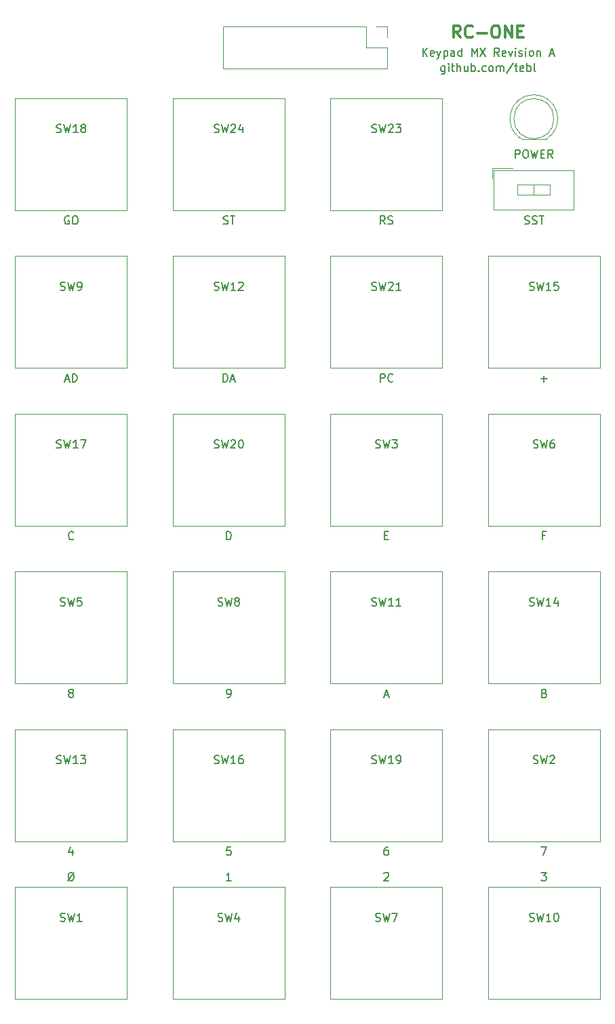
<source format=gto>
G04 #@! TF.FileFunction,Legend,Top*
%FSLAX46Y46*%
G04 Gerber Fmt 4.6, Leading zero omitted, Abs format (unit mm)*
G04 Created by KiCad (PCBNEW 4.0.7) date 09/13/19 13:16:43*
%MOMM*%
%LPD*%
G01*
G04 APERTURE LIST*
%ADD10C,0.100000*%
%ADD11C,0.150000*%
%ADD12C,0.300000*%
%ADD13C,0.120000*%
G04 APERTURE END LIST*
D10*
D11*
X138105238Y-61380714D02*
X138105238Y-62190238D01*
X138057619Y-62285476D01*
X138010000Y-62333095D01*
X137914761Y-62380714D01*
X137771904Y-62380714D01*
X137676666Y-62333095D01*
X138105238Y-61999762D02*
X138010000Y-62047381D01*
X137819523Y-62047381D01*
X137724285Y-61999762D01*
X137676666Y-61952143D01*
X137629047Y-61856905D01*
X137629047Y-61571190D01*
X137676666Y-61475952D01*
X137724285Y-61428333D01*
X137819523Y-61380714D01*
X138010000Y-61380714D01*
X138105238Y-61428333D01*
X138581428Y-62047381D02*
X138581428Y-61380714D01*
X138581428Y-61047381D02*
X138533809Y-61095000D01*
X138581428Y-61142619D01*
X138629047Y-61095000D01*
X138581428Y-61047381D01*
X138581428Y-61142619D01*
X138914761Y-61380714D02*
X139295713Y-61380714D01*
X139057618Y-61047381D02*
X139057618Y-61904524D01*
X139105237Y-61999762D01*
X139200475Y-62047381D01*
X139295713Y-62047381D01*
X139629047Y-62047381D02*
X139629047Y-61047381D01*
X140057619Y-62047381D02*
X140057619Y-61523571D01*
X140010000Y-61428333D01*
X139914762Y-61380714D01*
X139771904Y-61380714D01*
X139676666Y-61428333D01*
X139629047Y-61475952D01*
X140962381Y-61380714D02*
X140962381Y-62047381D01*
X140533809Y-61380714D02*
X140533809Y-61904524D01*
X140581428Y-61999762D01*
X140676666Y-62047381D01*
X140819524Y-62047381D01*
X140914762Y-61999762D01*
X140962381Y-61952143D01*
X141438571Y-62047381D02*
X141438571Y-61047381D01*
X141438571Y-61428333D02*
X141533809Y-61380714D01*
X141724286Y-61380714D01*
X141819524Y-61428333D01*
X141867143Y-61475952D01*
X141914762Y-61571190D01*
X141914762Y-61856905D01*
X141867143Y-61952143D01*
X141819524Y-61999762D01*
X141724286Y-62047381D01*
X141533809Y-62047381D01*
X141438571Y-61999762D01*
X142343333Y-61952143D02*
X142390952Y-61999762D01*
X142343333Y-62047381D01*
X142295714Y-61999762D01*
X142343333Y-61952143D01*
X142343333Y-62047381D01*
X143248095Y-61999762D02*
X143152857Y-62047381D01*
X142962380Y-62047381D01*
X142867142Y-61999762D01*
X142819523Y-61952143D01*
X142771904Y-61856905D01*
X142771904Y-61571190D01*
X142819523Y-61475952D01*
X142867142Y-61428333D01*
X142962380Y-61380714D01*
X143152857Y-61380714D01*
X143248095Y-61428333D01*
X143819523Y-62047381D02*
X143724285Y-61999762D01*
X143676666Y-61952143D01*
X143629047Y-61856905D01*
X143629047Y-61571190D01*
X143676666Y-61475952D01*
X143724285Y-61428333D01*
X143819523Y-61380714D01*
X143962381Y-61380714D01*
X144057619Y-61428333D01*
X144105238Y-61475952D01*
X144152857Y-61571190D01*
X144152857Y-61856905D01*
X144105238Y-61952143D01*
X144057619Y-61999762D01*
X143962381Y-62047381D01*
X143819523Y-62047381D01*
X144581428Y-62047381D02*
X144581428Y-61380714D01*
X144581428Y-61475952D02*
X144629047Y-61428333D01*
X144724285Y-61380714D01*
X144867143Y-61380714D01*
X144962381Y-61428333D01*
X145010000Y-61523571D01*
X145010000Y-62047381D01*
X145010000Y-61523571D02*
X145057619Y-61428333D01*
X145152857Y-61380714D01*
X145295714Y-61380714D01*
X145390952Y-61428333D01*
X145438571Y-61523571D01*
X145438571Y-62047381D01*
X146629047Y-60999762D02*
X145771904Y-62285476D01*
X146819523Y-61380714D02*
X147200475Y-61380714D01*
X146962380Y-61047381D02*
X146962380Y-61904524D01*
X147009999Y-61999762D01*
X147105237Y-62047381D01*
X147200475Y-62047381D01*
X147914762Y-61999762D02*
X147819524Y-62047381D01*
X147629047Y-62047381D01*
X147533809Y-61999762D01*
X147486190Y-61904524D01*
X147486190Y-61523571D01*
X147533809Y-61428333D01*
X147629047Y-61380714D01*
X147819524Y-61380714D01*
X147914762Y-61428333D01*
X147962381Y-61523571D01*
X147962381Y-61618810D01*
X147486190Y-61714048D01*
X148390952Y-62047381D02*
X148390952Y-61047381D01*
X148390952Y-61428333D02*
X148486190Y-61380714D01*
X148676667Y-61380714D01*
X148771905Y-61428333D01*
X148819524Y-61475952D01*
X148867143Y-61571190D01*
X148867143Y-61856905D01*
X148819524Y-61952143D01*
X148771905Y-61999762D01*
X148676667Y-62047381D01*
X148486190Y-62047381D01*
X148390952Y-61999762D01*
X149438571Y-62047381D02*
X149343333Y-61999762D01*
X149295714Y-61904524D01*
X149295714Y-61047381D01*
X135367142Y-60142381D02*
X135367142Y-59142381D01*
X135938571Y-60142381D02*
X135509999Y-59570952D01*
X135938571Y-59142381D02*
X135367142Y-59713810D01*
X136748095Y-60094762D02*
X136652857Y-60142381D01*
X136462380Y-60142381D01*
X136367142Y-60094762D01*
X136319523Y-59999524D01*
X136319523Y-59618571D01*
X136367142Y-59523333D01*
X136462380Y-59475714D01*
X136652857Y-59475714D01*
X136748095Y-59523333D01*
X136795714Y-59618571D01*
X136795714Y-59713810D01*
X136319523Y-59809048D01*
X137129047Y-59475714D02*
X137367142Y-60142381D01*
X137605238Y-59475714D02*
X137367142Y-60142381D01*
X137271904Y-60380476D01*
X137224285Y-60428095D01*
X137129047Y-60475714D01*
X137986190Y-59475714D02*
X137986190Y-60475714D01*
X137986190Y-59523333D02*
X138081428Y-59475714D01*
X138271905Y-59475714D01*
X138367143Y-59523333D01*
X138414762Y-59570952D01*
X138462381Y-59666190D01*
X138462381Y-59951905D01*
X138414762Y-60047143D01*
X138367143Y-60094762D01*
X138271905Y-60142381D01*
X138081428Y-60142381D01*
X137986190Y-60094762D01*
X139319524Y-60142381D02*
X139319524Y-59618571D01*
X139271905Y-59523333D01*
X139176667Y-59475714D01*
X138986190Y-59475714D01*
X138890952Y-59523333D01*
X139319524Y-60094762D02*
X139224286Y-60142381D01*
X138986190Y-60142381D01*
X138890952Y-60094762D01*
X138843333Y-59999524D01*
X138843333Y-59904286D01*
X138890952Y-59809048D01*
X138986190Y-59761429D01*
X139224286Y-59761429D01*
X139319524Y-59713810D01*
X140224286Y-60142381D02*
X140224286Y-59142381D01*
X140224286Y-60094762D02*
X140129048Y-60142381D01*
X139938571Y-60142381D01*
X139843333Y-60094762D01*
X139795714Y-60047143D01*
X139748095Y-59951905D01*
X139748095Y-59666190D01*
X139795714Y-59570952D01*
X139843333Y-59523333D01*
X139938571Y-59475714D01*
X140129048Y-59475714D01*
X140224286Y-59523333D01*
X141462381Y-60142381D02*
X141462381Y-59142381D01*
X141795715Y-59856667D01*
X142129048Y-59142381D01*
X142129048Y-60142381D01*
X142510000Y-59142381D02*
X143176667Y-60142381D01*
X143176667Y-59142381D02*
X142510000Y-60142381D01*
X144890953Y-60142381D02*
X144557619Y-59666190D01*
X144319524Y-60142381D02*
X144319524Y-59142381D01*
X144700477Y-59142381D01*
X144795715Y-59190000D01*
X144843334Y-59237619D01*
X144890953Y-59332857D01*
X144890953Y-59475714D01*
X144843334Y-59570952D01*
X144795715Y-59618571D01*
X144700477Y-59666190D01*
X144319524Y-59666190D01*
X145700477Y-60094762D02*
X145605239Y-60142381D01*
X145414762Y-60142381D01*
X145319524Y-60094762D01*
X145271905Y-59999524D01*
X145271905Y-59618571D01*
X145319524Y-59523333D01*
X145414762Y-59475714D01*
X145605239Y-59475714D01*
X145700477Y-59523333D01*
X145748096Y-59618571D01*
X145748096Y-59713810D01*
X145271905Y-59809048D01*
X146081429Y-59475714D02*
X146319524Y-60142381D01*
X146557620Y-59475714D01*
X146938572Y-60142381D02*
X146938572Y-59475714D01*
X146938572Y-59142381D02*
X146890953Y-59190000D01*
X146938572Y-59237619D01*
X146986191Y-59190000D01*
X146938572Y-59142381D01*
X146938572Y-59237619D01*
X147367143Y-60094762D02*
X147462381Y-60142381D01*
X147652857Y-60142381D01*
X147748096Y-60094762D01*
X147795715Y-59999524D01*
X147795715Y-59951905D01*
X147748096Y-59856667D01*
X147652857Y-59809048D01*
X147510000Y-59809048D01*
X147414762Y-59761429D01*
X147367143Y-59666190D01*
X147367143Y-59618571D01*
X147414762Y-59523333D01*
X147510000Y-59475714D01*
X147652857Y-59475714D01*
X147748096Y-59523333D01*
X148224286Y-60142381D02*
X148224286Y-59475714D01*
X148224286Y-59142381D02*
X148176667Y-59190000D01*
X148224286Y-59237619D01*
X148271905Y-59190000D01*
X148224286Y-59142381D01*
X148224286Y-59237619D01*
X148843333Y-60142381D02*
X148748095Y-60094762D01*
X148700476Y-60047143D01*
X148652857Y-59951905D01*
X148652857Y-59666190D01*
X148700476Y-59570952D01*
X148748095Y-59523333D01*
X148843333Y-59475714D01*
X148986191Y-59475714D01*
X149081429Y-59523333D01*
X149129048Y-59570952D01*
X149176667Y-59666190D01*
X149176667Y-59951905D01*
X149129048Y-60047143D01*
X149081429Y-60094762D01*
X148986191Y-60142381D01*
X148843333Y-60142381D01*
X149605238Y-59475714D02*
X149605238Y-60142381D01*
X149605238Y-59570952D02*
X149652857Y-59523333D01*
X149748095Y-59475714D01*
X149890953Y-59475714D01*
X149986191Y-59523333D01*
X150033810Y-59618571D01*
X150033810Y-60142381D01*
X151224286Y-59856667D02*
X151700477Y-59856667D01*
X151129048Y-60142381D02*
X151462381Y-59142381D01*
X151795715Y-60142381D01*
D12*
X140045714Y-57828571D02*
X139545714Y-57114286D01*
X139188571Y-57828571D02*
X139188571Y-56328571D01*
X139759999Y-56328571D01*
X139902857Y-56400000D01*
X139974285Y-56471429D01*
X140045714Y-56614286D01*
X140045714Y-56828571D01*
X139974285Y-56971429D01*
X139902857Y-57042857D01*
X139759999Y-57114286D01*
X139188571Y-57114286D01*
X141545714Y-57685714D02*
X141474285Y-57757143D01*
X141259999Y-57828571D01*
X141117142Y-57828571D01*
X140902857Y-57757143D01*
X140759999Y-57614286D01*
X140688571Y-57471429D01*
X140617142Y-57185714D01*
X140617142Y-56971429D01*
X140688571Y-56685714D01*
X140759999Y-56542857D01*
X140902857Y-56400000D01*
X141117142Y-56328571D01*
X141259999Y-56328571D01*
X141474285Y-56400000D01*
X141545714Y-56471429D01*
X142188571Y-57257143D02*
X143331428Y-57257143D01*
X144331428Y-56328571D02*
X144617142Y-56328571D01*
X144760000Y-56400000D01*
X144902857Y-56542857D01*
X144974285Y-56828571D01*
X144974285Y-57328571D01*
X144902857Y-57614286D01*
X144760000Y-57757143D01*
X144617142Y-57828571D01*
X144331428Y-57828571D01*
X144188571Y-57757143D01*
X144045714Y-57614286D01*
X143974285Y-57328571D01*
X143974285Y-56828571D01*
X144045714Y-56542857D01*
X144188571Y-56400000D01*
X144331428Y-56328571D01*
X145617143Y-57828571D02*
X145617143Y-56328571D01*
X146474286Y-57828571D01*
X146474286Y-56328571D01*
X147188572Y-57042857D02*
X147688572Y-57042857D01*
X147902858Y-57828571D02*
X147188572Y-57828571D01*
X147188572Y-56328571D01*
X147902858Y-56328571D01*
D11*
X146915476Y-72842381D02*
X146915476Y-71842381D01*
X147296429Y-71842381D01*
X147391667Y-71890000D01*
X147439286Y-71937619D01*
X147486905Y-72032857D01*
X147486905Y-72175714D01*
X147439286Y-72270952D01*
X147391667Y-72318571D01*
X147296429Y-72366190D01*
X146915476Y-72366190D01*
X148105952Y-71842381D02*
X148296429Y-71842381D01*
X148391667Y-71890000D01*
X148486905Y-71985238D01*
X148534524Y-72175714D01*
X148534524Y-72509048D01*
X148486905Y-72699524D01*
X148391667Y-72794762D01*
X148296429Y-72842381D01*
X148105952Y-72842381D01*
X148010714Y-72794762D01*
X147915476Y-72699524D01*
X147867857Y-72509048D01*
X147867857Y-72175714D01*
X147915476Y-71985238D01*
X148010714Y-71890000D01*
X148105952Y-71842381D01*
X148867857Y-71842381D02*
X149105952Y-72842381D01*
X149296429Y-72128095D01*
X149486905Y-72842381D01*
X149725000Y-71842381D01*
X150105952Y-72318571D02*
X150439286Y-72318571D01*
X150582143Y-72842381D02*
X150105952Y-72842381D01*
X150105952Y-71842381D01*
X150582143Y-71842381D01*
X151582143Y-72842381D02*
X151248809Y-72366190D01*
X151010714Y-72842381D02*
X151010714Y-71842381D01*
X151391667Y-71842381D01*
X151486905Y-71890000D01*
X151534524Y-71937619D01*
X151582143Y-72032857D01*
X151582143Y-72175714D01*
X151534524Y-72270952D01*
X151486905Y-72318571D01*
X151391667Y-72366190D01*
X151010714Y-72366190D01*
D13*
X84455000Y-65405000D02*
X98425000Y-65405000D01*
X98425000Y-65405000D02*
X98425000Y-79375000D01*
X98425000Y-79375000D02*
X84455000Y-79375000D01*
X84455000Y-79375000D02*
X84455000Y-65405000D01*
X149225462Y-64955000D02*
G75*
G03X147680170Y-70505000I-462J-2990000D01*
G01*
X149224538Y-64955000D02*
G75*
G02X150769830Y-70505000I462J-2990000D01*
G01*
X151725000Y-67945000D02*
G75*
G03X151725000Y-67945000I-2500000J0D01*
G01*
X147680000Y-70505000D02*
X150770000Y-70505000D01*
X110430000Y-56455000D02*
X110430000Y-61655000D01*
X128270000Y-56455000D02*
X110430000Y-56455000D01*
X130870000Y-61655000D02*
X110430000Y-61655000D01*
X128270000Y-56455000D02*
X128270000Y-59055000D01*
X128270000Y-59055000D02*
X130870000Y-59055000D01*
X130870000Y-59055000D02*
X130870000Y-61655000D01*
X129540000Y-56455000D02*
X130870000Y-56455000D01*
X130870000Y-56455000D02*
X130870000Y-57785000D01*
X84455000Y-163830000D02*
X98425000Y-163830000D01*
X98425000Y-163830000D02*
X98425000Y-177800000D01*
X98425000Y-177800000D02*
X84455000Y-177800000D01*
X84455000Y-177800000D02*
X84455000Y-163830000D01*
X143510000Y-144145000D02*
X157480000Y-144145000D01*
X157480000Y-144145000D02*
X157480000Y-158115000D01*
X157480000Y-158115000D02*
X143510000Y-158115000D01*
X143510000Y-158115000D02*
X143510000Y-144145000D01*
X123825000Y-104775000D02*
X137795000Y-104775000D01*
X137795000Y-104775000D02*
X137795000Y-118745000D01*
X137795000Y-118745000D02*
X123825000Y-118745000D01*
X123825000Y-118745000D02*
X123825000Y-104775000D01*
X104140000Y-163830000D02*
X118110000Y-163830000D01*
X118110000Y-163830000D02*
X118110000Y-177800000D01*
X118110000Y-177800000D02*
X104140000Y-177800000D01*
X104140000Y-177800000D02*
X104140000Y-163830000D01*
X84455000Y-124460000D02*
X98425000Y-124460000D01*
X98425000Y-124460000D02*
X98425000Y-138430000D01*
X98425000Y-138430000D02*
X84455000Y-138430000D01*
X84455000Y-138430000D02*
X84455000Y-124460000D01*
X143510000Y-104775000D02*
X157480000Y-104775000D01*
X157480000Y-104775000D02*
X157480000Y-118745000D01*
X157480000Y-118745000D02*
X143510000Y-118745000D01*
X143510000Y-118745000D02*
X143510000Y-104775000D01*
X123825000Y-163830000D02*
X137795000Y-163830000D01*
X137795000Y-163830000D02*
X137795000Y-177800000D01*
X137795000Y-177800000D02*
X123825000Y-177800000D01*
X123825000Y-177800000D02*
X123825000Y-163830000D01*
X104140000Y-124460000D02*
X118110000Y-124460000D01*
X118110000Y-124460000D02*
X118110000Y-138430000D01*
X118110000Y-138430000D02*
X104140000Y-138430000D01*
X104140000Y-138430000D02*
X104140000Y-124460000D01*
X84455000Y-85090000D02*
X98425000Y-85090000D01*
X98425000Y-85090000D02*
X98425000Y-99060000D01*
X98425000Y-99060000D02*
X84455000Y-99060000D01*
X84455000Y-99060000D02*
X84455000Y-85090000D01*
X143510000Y-163830000D02*
X157480000Y-163830000D01*
X157480000Y-163830000D02*
X157480000Y-177800000D01*
X157480000Y-177800000D02*
X143510000Y-177800000D01*
X143510000Y-177800000D02*
X143510000Y-163830000D01*
X123825000Y-124460000D02*
X137795000Y-124460000D01*
X137795000Y-124460000D02*
X137795000Y-138430000D01*
X137795000Y-138430000D02*
X123825000Y-138430000D01*
X123825000Y-138430000D02*
X123825000Y-124460000D01*
X104140000Y-85090000D02*
X118110000Y-85090000D01*
X118110000Y-85090000D02*
X118110000Y-99060000D01*
X118110000Y-99060000D02*
X104140000Y-99060000D01*
X104140000Y-99060000D02*
X104140000Y-85090000D01*
X84455000Y-144145000D02*
X98425000Y-144145000D01*
X98425000Y-144145000D02*
X98425000Y-158115000D01*
X98425000Y-158115000D02*
X84455000Y-158115000D01*
X84455000Y-158115000D02*
X84455000Y-144145000D01*
X143510000Y-124460000D02*
X157480000Y-124460000D01*
X157480000Y-124460000D02*
X157480000Y-138430000D01*
X157480000Y-138430000D02*
X143510000Y-138430000D01*
X143510000Y-138430000D02*
X143510000Y-124460000D01*
X143510000Y-85090000D02*
X157480000Y-85090000D01*
X157480000Y-85090000D02*
X157480000Y-99060000D01*
X157480000Y-99060000D02*
X143510000Y-99060000D01*
X143510000Y-99060000D02*
X143510000Y-85090000D01*
X104140000Y-144145000D02*
X118110000Y-144145000D01*
X118110000Y-144145000D02*
X118110000Y-158115000D01*
X118110000Y-158115000D02*
X104140000Y-158115000D01*
X104140000Y-158115000D02*
X104140000Y-144145000D01*
X84455000Y-104775000D02*
X98425000Y-104775000D01*
X98425000Y-104775000D02*
X98425000Y-118745000D01*
X98425000Y-118745000D02*
X84455000Y-118745000D01*
X84455000Y-118745000D02*
X84455000Y-104775000D01*
X123825000Y-144145000D02*
X137795000Y-144145000D01*
X137795000Y-144145000D02*
X137795000Y-158115000D01*
X137795000Y-158115000D02*
X123825000Y-158115000D01*
X123825000Y-158115000D02*
X123825000Y-144145000D01*
X104140000Y-104775000D02*
X118110000Y-104775000D01*
X118110000Y-104775000D02*
X118110000Y-118745000D01*
X118110000Y-118745000D02*
X104140000Y-118745000D01*
X104140000Y-118745000D02*
X104140000Y-104775000D01*
X123825000Y-85090000D02*
X137795000Y-85090000D01*
X137795000Y-85090000D02*
X137795000Y-99060000D01*
X137795000Y-99060000D02*
X123825000Y-99060000D01*
X123825000Y-99060000D02*
X123825000Y-85090000D01*
X144015000Y-74155000D02*
X144015000Y-75425000D01*
X144015000Y-74155000D02*
X146555000Y-74155000D01*
X144215000Y-74355000D02*
X154235000Y-74355000D01*
X154235000Y-74355000D02*
X154235000Y-79315000D01*
X154235000Y-79315000D02*
X144215000Y-79315000D01*
X144215000Y-79315000D02*
X144215000Y-74355000D01*
X147195000Y-76200000D02*
X147195000Y-77470000D01*
X147195000Y-77470000D02*
X151255000Y-77470000D01*
X151255000Y-77470000D02*
X151255000Y-76200000D01*
X151255000Y-76200000D02*
X147195000Y-76200000D01*
X149225000Y-76200000D02*
X149225000Y-77470000D01*
X123825000Y-65405000D02*
X137795000Y-65405000D01*
X137795000Y-65405000D02*
X137795000Y-79375000D01*
X137795000Y-79375000D02*
X123825000Y-79375000D01*
X123825000Y-79375000D02*
X123825000Y-65405000D01*
X104140000Y-65405000D02*
X118110000Y-65405000D01*
X118110000Y-65405000D02*
X118110000Y-79375000D01*
X118110000Y-79375000D02*
X104140000Y-79375000D01*
X104140000Y-79375000D02*
X104140000Y-65405000D01*
D11*
X89630476Y-69619762D02*
X89773333Y-69667381D01*
X90011429Y-69667381D01*
X90106667Y-69619762D01*
X90154286Y-69572143D01*
X90201905Y-69476905D01*
X90201905Y-69381667D01*
X90154286Y-69286429D01*
X90106667Y-69238810D01*
X90011429Y-69191190D01*
X89820952Y-69143571D01*
X89725714Y-69095952D01*
X89678095Y-69048333D01*
X89630476Y-68953095D01*
X89630476Y-68857857D01*
X89678095Y-68762619D01*
X89725714Y-68715000D01*
X89820952Y-68667381D01*
X90059048Y-68667381D01*
X90201905Y-68715000D01*
X90535238Y-68667381D02*
X90773333Y-69667381D01*
X90963810Y-68953095D01*
X91154286Y-69667381D01*
X91392381Y-68667381D01*
X92297143Y-69667381D02*
X91725714Y-69667381D01*
X92011428Y-69667381D02*
X92011428Y-68667381D01*
X91916190Y-68810238D01*
X91820952Y-68905476D01*
X91725714Y-68953095D01*
X92868571Y-69095952D02*
X92773333Y-69048333D01*
X92725714Y-69000714D01*
X92678095Y-68905476D01*
X92678095Y-68857857D01*
X92725714Y-68762619D01*
X92773333Y-68715000D01*
X92868571Y-68667381D01*
X93059048Y-68667381D01*
X93154286Y-68715000D01*
X93201905Y-68762619D01*
X93249524Y-68857857D01*
X93249524Y-68905476D01*
X93201905Y-69000714D01*
X93154286Y-69048333D01*
X93059048Y-69095952D01*
X92868571Y-69095952D01*
X92773333Y-69143571D01*
X92725714Y-69191190D01*
X92678095Y-69286429D01*
X92678095Y-69476905D01*
X92725714Y-69572143D01*
X92773333Y-69619762D01*
X92868571Y-69667381D01*
X93059048Y-69667381D01*
X93154286Y-69619762D01*
X93201905Y-69572143D01*
X93249524Y-69476905D01*
X93249524Y-69286429D01*
X93201905Y-69191190D01*
X93154286Y-69143571D01*
X93059048Y-69095952D01*
X91178096Y-80145000D02*
X91082858Y-80097381D01*
X90940001Y-80097381D01*
X90797143Y-80145000D01*
X90701905Y-80240238D01*
X90654286Y-80335476D01*
X90606667Y-80525952D01*
X90606667Y-80668810D01*
X90654286Y-80859286D01*
X90701905Y-80954524D01*
X90797143Y-81049762D01*
X90940001Y-81097381D01*
X91035239Y-81097381D01*
X91178096Y-81049762D01*
X91225715Y-81002143D01*
X91225715Y-80668810D01*
X91035239Y-80668810D01*
X91844762Y-80097381D02*
X92035239Y-80097381D01*
X92130477Y-80145000D01*
X92225715Y-80240238D01*
X92273334Y-80430714D01*
X92273334Y-80764048D01*
X92225715Y-80954524D01*
X92130477Y-81049762D01*
X92035239Y-81097381D01*
X91844762Y-81097381D01*
X91749524Y-81049762D01*
X91654286Y-80954524D01*
X91606667Y-80764048D01*
X91606667Y-80430714D01*
X91654286Y-80240238D01*
X91749524Y-80145000D01*
X91844762Y-80097381D01*
X90106667Y-168044762D02*
X90249524Y-168092381D01*
X90487620Y-168092381D01*
X90582858Y-168044762D01*
X90630477Y-167997143D01*
X90678096Y-167901905D01*
X90678096Y-167806667D01*
X90630477Y-167711429D01*
X90582858Y-167663810D01*
X90487620Y-167616190D01*
X90297143Y-167568571D01*
X90201905Y-167520952D01*
X90154286Y-167473333D01*
X90106667Y-167378095D01*
X90106667Y-167282857D01*
X90154286Y-167187619D01*
X90201905Y-167140000D01*
X90297143Y-167092381D01*
X90535239Y-167092381D01*
X90678096Y-167140000D01*
X91011429Y-167092381D02*
X91249524Y-168092381D01*
X91440001Y-167378095D01*
X91630477Y-168092381D01*
X91868572Y-167092381D01*
X92773334Y-168092381D02*
X92201905Y-168092381D01*
X92487619Y-168092381D02*
X92487619Y-167092381D01*
X92392381Y-167235238D01*
X92297143Y-167330476D01*
X92201905Y-167378095D01*
X91820953Y-162012381D02*
X91059048Y-163012381D01*
X91344762Y-163012381D02*
X91249524Y-162964762D01*
X91154286Y-162869524D01*
X91106667Y-162679048D01*
X91106667Y-162345714D01*
X91154286Y-162155238D01*
X91249524Y-162060000D01*
X91344762Y-162012381D01*
X91535239Y-162012381D01*
X91630477Y-162060000D01*
X91725715Y-162155238D01*
X91773334Y-162345714D01*
X91773334Y-162679048D01*
X91725715Y-162869524D01*
X91630477Y-162964762D01*
X91535239Y-163012381D01*
X91344762Y-163012381D01*
X149161667Y-148359762D02*
X149304524Y-148407381D01*
X149542620Y-148407381D01*
X149637858Y-148359762D01*
X149685477Y-148312143D01*
X149733096Y-148216905D01*
X149733096Y-148121667D01*
X149685477Y-148026429D01*
X149637858Y-147978810D01*
X149542620Y-147931190D01*
X149352143Y-147883571D01*
X149256905Y-147835952D01*
X149209286Y-147788333D01*
X149161667Y-147693095D01*
X149161667Y-147597857D01*
X149209286Y-147502619D01*
X149256905Y-147455000D01*
X149352143Y-147407381D01*
X149590239Y-147407381D01*
X149733096Y-147455000D01*
X150066429Y-147407381D02*
X150304524Y-148407381D01*
X150495001Y-147693095D01*
X150685477Y-148407381D01*
X150923572Y-147407381D01*
X151256905Y-147502619D02*
X151304524Y-147455000D01*
X151399762Y-147407381D01*
X151637858Y-147407381D01*
X151733096Y-147455000D01*
X151780715Y-147502619D01*
X151828334Y-147597857D01*
X151828334Y-147693095D01*
X151780715Y-147835952D01*
X151209286Y-148407381D01*
X151828334Y-148407381D01*
X150161667Y-158837381D02*
X150828334Y-158837381D01*
X150399762Y-159837381D01*
X129476667Y-108989762D02*
X129619524Y-109037381D01*
X129857620Y-109037381D01*
X129952858Y-108989762D01*
X130000477Y-108942143D01*
X130048096Y-108846905D01*
X130048096Y-108751667D01*
X130000477Y-108656429D01*
X129952858Y-108608810D01*
X129857620Y-108561190D01*
X129667143Y-108513571D01*
X129571905Y-108465952D01*
X129524286Y-108418333D01*
X129476667Y-108323095D01*
X129476667Y-108227857D01*
X129524286Y-108132619D01*
X129571905Y-108085000D01*
X129667143Y-108037381D01*
X129905239Y-108037381D01*
X130048096Y-108085000D01*
X130381429Y-108037381D02*
X130619524Y-109037381D01*
X130810001Y-108323095D01*
X131000477Y-109037381D01*
X131238572Y-108037381D01*
X131524286Y-108037381D02*
X132143334Y-108037381D01*
X131810000Y-108418333D01*
X131952858Y-108418333D01*
X132048096Y-108465952D01*
X132095715Y-108513571D01*
X132143334Y-108608810D01*
X132143334Y-108846905D01*
X132095715Y-108942143D01*
X132048096Y-108989762D01*
X131952858Y-109037381D01*
X131667143Y-109037381D01*
X131571905Y-108989762D01*
X131524286Y-108942143D01*
X130595714Y-119943571D02*
X130929048Y-119943571D01*
X131071905Y-120467381D02*
X130595714Y-120467381D01*
X130595714Y-119467381D01*
X131071905Y-119467381D01*
X109791667Y-168044762D02*
X109934524Y-168092381D01*
X110172620Y-168092381D01*
X110267858Y-168044762D01*
X110315477Y-167997143D01*
X110363096Y-167901905D01*
X110363096Y-167806667D01*
X110315477Y-167711429D01*
X110267858Y-167663810D01*
X110172620Y-167616190D01*
X109982143Y-167568571D01*
X109886905Y-167520952D01*
X109839286Y-167473333D01*
X109791667Y-167378095D01*
X109791667Y-167282857D01*
X109839286Y-167187619D01*
X109886905Y-167140000D01*
X109982143Y-167092381D01*
X110220239Y-167092381D01*
X110363096Y-167140000D01*
X110696429Y-167092381D02*
X110934524Y-168092381D01*
X111125001Y-167378095D01*
X111315477Y-168092381D01*
X111553572Y-167092381D01*
X112363096Y-167425714D02*
X112363096Y-168092381D01*
X112125000Y-167044762D02*
X111886905Y-167759048D01*
X112505953Y-167759048D01*
X111410715Y-163012381D02*
X110839286Y-163012381D01*
X111125000Y-163012381D02*
X111125000Y-162012381D01*
X111029762Y-162155238D01*
X110934524Y-162250476D01*
X110839286Y-162298095D01*
X90106667Y-128674762D02*
X90249524Y-128722381D01*
X90487620Y-128722381D01*
X90582858Y-128674762D01*
X90630477Y-128627143D01*
X90678096Y-128531905D01*
X90678096Y-128436667D01*
X90630477Y-128341429D01*
X90582858Y-128293810D01*
X90487620Y-128246190D01*
X90297143Y-128198571D01*
X90201905Y-128150952D01*
X90154286Y-128103333D01*
X90106667Y-128008095D01*
X90106667Y-127912857D01*
X90154286Y-127817619D01*
X90201905Y-127770000D01*
X90297143Y-127722381D01*
X90535239Y-127722381D01*
X90678096Y-127770000D01*
X91011429Y-127722381D02*
X91249524Y-128722381D01*
X91440001Y-128008095D01*
X91630477Y-128722381D01*
X91868572Y-127722381D01*
X92725715Y-127722381D02*
X92249524Y-127722381D01*
X92201905Y-128198571D01*
X92249524Y-128150952D01*
X92344762Y-128103333D01*
X92582858Y-128103333D01*
X92678096Y-128150952D01*
X92725715Y-128198571D01*
X92773334Y-128293810D01*
X92773334Y-128531905D01*
X92725715Y-128627143D01*
X92678096Y-128674762D01*
X92582858Y-128722381D01*
X92344762Y-128722381D01*
X92249524Y-128674762D01*
X92201905Y-128627143D01*
X91344762Y-139580952D02*
X91249524Y-139533333D01*
X91201905Y-139485714D01*
X91154286Y-139390476D01*
X91154286Y-139342857D01*
X91201905Y-139247619D01*
X91249524Y-139200000D01*
X91344762Y-139152381D01*
X91535239Y-139152381D01*
X91630477Y-139200000D01*
X91678096Y-139247619D01*
X91725715Y-139342857D01*
X91725715Y-139390476D01*
X91678096Y-139485714D01*
X91630477Y-139533333D01*
X91535239Y-139580952D01*
X91344762Y-139580952D01*
X91249524Y-139628571D01*
X91201905Y-139676190D01*
X91154286Y-139771429D01*
X91154286Y-139961905D01*
X91201905Y-140057143D01*
X91249524Y-140104762D01*
X91344762Y-140152381D01*
X91535239Y-140152381D01*
X91630477Y-140104762D01*
X91678096Y-140057143D01*
X91725715Y-139961905D01*
X91725715Y-139771429D01*
X91678096Y-139676190D01*
X91630477Y-139628571D01*
X91535239Y-139580952D01*
X149161667Y-108989762D02*
X149304524Y-109037381D01*
X149542620Y-109037381D01*
X149637858Y-108989762D01*
X149685477Y-108942143D01*
X149733096Y-108846905D01*
X149733096Y-108751667D01*
X149685477Y-108656429D01*
X149637858Y-108608810D01*
X149542620Y-108561190D01*
X149352143Y-108513571D01*
X149256905Y-108465952D01*
X149209286Y-108418333D01*
X149161667Y-108323095D01*
X149161667Y-108227857D01*
X149209286Y-108132619D01*
X149256905Y-108085000D01*
X149352143Y-108037381D01*
X149590239Y-108037381D01*
X149733096Y-108085000D01*
X150066429Y-108037381D02*
X150304524Y-109037381D01*
X150495001Y-108323095D01*
X150685477Y-109037381D01*
X150923572Y-108037381D01*
X151733096Y-108037381D02*
X151542619Y-108037381D01*
X151447381Y-108085000D01*
X151399762Y-108132619D01*
X151304524Y-108275476D01*
X151256905Y-108465952D01*
X151256905Y-108846905D01*
X151304524Y-108942143D01*
X151352143Y-108989762D01*
X151447381Y-109037381D01*
X151637858Y-109037381D01*
X151733096Y-108989762D01*
X151780715Y-108942143D01*
X151828334Y-108846905D01*
X151828334Y-108608810D01*
X151780715Y-108513571D01*
X151733096Y-108465952D01*
X151637858Y-108418333D01*
X151447381Y-108418333D01*
X151352143Y-108465952D01*
X151304524Y-108513571D01*
X151256905Y-108608810D01*
X150637858Y-119943571D02*
X150304524Y-119943571D01*
X150304524Y-120467381D02*
X150304524Y-119467381D01*
X150780715Y-119467381D01*
X129476667Y-168044762D02*
X129619524Y-168092381D01*
X129857620Y-168092381D01*
X129952858Y-168044762D01*
X130000477Y-167997143D01*
X130048096Y-167901905D01*
X130048096Y-167806667D01*
X130000477Y-167711429D01*
X129952858Y-167663810D01*
X129857620Y-167616190D01*
X129667143Y-167568571D01*
X129571905Y-167520952D01*
X129524286Y-167473333D01*
X129476667Y-167378095D01*
X129476667Y-167282857D01*
X129524286Y-167187619D01*
X129571905Y-167140000D01*
X129667143Y-167092381D01*
X129905239Y-167092381D01*
X130048096Y-167140000D01*
X130381429Y-167092381D02*
X130619524Y-168092381D01*
X130810001Y-167378095D01*
X131000477Y-168092381D01*
X131238572Y-167092381D01*
X131524286Y-167092381D02*
X132190953Y-167092381D01*
X131762381Y-168092381D01*
X130524286Y-162107619D02*
X130571905Y-162060000D01*
X130667143Y-162012381D01*
X130905239Y-162012381D01*
X131000477Y-162060000D01*
X131048096Y-162107619D01*
X131095715Y-162202857D01*
X131095715Y-162298095D01*
X131048096Y-162440952D01*
X130476667Y-163012381D01*
X131095715Y-163012381D01*
X109791667Y-128674762D02*
X109934524Y-128722381D01*
X110172620Y-128722381D01*
X110267858Y-128674762D01*
X110315477Y-128627143D01*
X110363096Y-128531905D01*
X110363096Y-128436667D01*
X110315477Y-128341429D01*
X110267858Y-128293810D01*
X110172620Y-128246190D01*
X109982143Y-128198571D01*
X109886905Y-128150952D01*
X109839286Y-128103333D01*
X109791667Y-128008095D01*
X109791667Y-127912857D01*
X109839286Y-127817619D01*
X109886905Y-127770000D01*
X109982143Y-127722381D01*
X110220239Y-127722381D01*
X110363096Y-127770000D01*
X110696429Y-127722381D02*
X110934524Y-128722381D01*
X111125001Y-128008095D01*
X111315477Y-128722381D01*
X111553572Y-127722381D01*
X112077381Y-128150952D02*
X111982143Y-128103333D01*
X111934524Y-128055714D01*
X111886905Y-127960476D01*
X111886905Y-127912857D01*
X111934524Y-127817619D01*
X111982143Y-127770000D01*
X112077381Y-127722381D01*
X112267858Y-127722381D01*
X112363096Y-127770000D01*
X112410715Y-127817619D01*
X112458334Y-127912857D01*
X112458334Y-127960476D01*
X112410715Y-128055714D01*
X112363096Y-128103333D01*
X112267858Y-128150952D01*
X112077381Y-128150952D01*
X111982143Y-128198571D01*
X111934524Y-128246190D01*
X111886905Y-128341429D01*
X111886905Y-128531905D01*
X111934524Y-128627143D01*
X111982143Y-128674762D01*
X112077381Y-128722381D01*
X112267858Y-128722381D01*
X112363096Y-128674762D01*
X112410715Y-128627143D01*
X112458334Y-128531905D01*
X112458334Y-128341429D01*
X112410715Y-128246190D01*
X112363096Y-128198571D01*
X112267858Y-128150952D01*
X110934524Y-140152381D02*
X111125000Y-140152381D01*
X111220239Y-140104762D01*
X111267858Y-140057143D01*
X111363096Y-139914286D01*
X111410715Y-139723810D01*
X111410715Y-139342857D01*
X111363096Y-139247619D01*
X111315477Y-139200000D01*
X111220239Y-139152381D01*
X111029762Y-139152381D01*
X110934524Y-139200000D01*
X110886905Y-139247619D01*
X110839286Y-139342857D01*
X110839286Y-139580952D01*
X110886905Y-139676190D01*
X110934524Y-139723810D01*
X111029762Y-139771429D01*
X111220239Y-139771429D01*
X111315477Y-139723810D01*
X111363096Y-139676190D01*
X111410715Y-139580952D01*
X90106667Y-89304762D02*
X90249524Y-89352381D01*
X90487620Y-89352381D01*
X90582858Y-89304762D01*
X90630477Y-89257143D01*
X90678096Y-89161905D01*
X90678096Y-89066667D01*
X90630477Y-88971429D01*
X90582858Y-88923810D01*
X90487620Y-88876190D01*
X90297143Y-88828571D01*
X90201905Y-88780952D01*
X90154286Y-88733333D01*
X90106667Y-88638095D01*
X90106667Y-88542857D01*
X90154286Y-88447619D01*
X90201905Y-88400000D01*
X90297143Y-88352381D01*
X90535239Y-88352381D01*
X90678096Y-88400000D01*
X91011429Y-88352381D02*
X91249524Y-89352381D01*
X91440001Y-88638095D01*
X91630477Y-89352381D01*
X91868572Y-88352381D01*
X92297143Y-89352381D02*
X92487619Y-89352381D01*
X92582858Y-89304762D01*
X92630477Y-89257143D01*
X92725715Y-89114286D01*
X92773334Y-88923810D01*
X92773334Y-88542857D01*
X92725715Y-88447619D01*
X92678096Y-88400000D01*
X92582858Y-88352381D01*
X92392381Y-88352381D01*
X92297143Y-88400000D01*
X92249524Y-88447619D01*
X92201905Y-88542857D01*
X92201905Y-88780952D01*
X92249524Y-88876190D01*
X92297143Y-88923810D01*
X92392381Y-88971429D01*
X92582858Y-88971429D01*
X92678096Y-88923810D01*
X92725715Y-88876190D01*
X92773334Y-88780952D01*
X90701905Y-100496667D02*
X91178096Y-100496667D01*
X90606667Y-100782381D02*
X90940000Y-99782381D01*
X91273334Y-100782381D01*
X91606667Y-100782381D02*
X91606667Y-99782381D01*
X91844762Y-99782381D01*
X91987620Y-99830000D01*
X92082858Y-99925238D01*
X92130477Y-100020476D01*
X92178096Y-100210952D01*
X92178096Y-100353810D01*
X92130477Y-100544286D01*
X92082858Y-100639524D01*
X91987620Y-100734762D01*
X91844762Y-100782381D01*
X91606667Y-100782381D01*
X148685476Y-168044762D02*
X148828333Y-168092381D01*
X149066429Y-168092381D01*
X149161667Y-168044762D01*
X149209286Y-167997143D01*
X149256905Y-167901905D01*
X149256905Y-167806667D01*
X149209286Y-167711429D01*
X149161667Y-167663810D01*
X149066429Y-167616190D01*
X148875952Y-167568571D01*
X148780714Y-167520952D01*
X148733095Y-167473333D01*
X148685476Y-167378095D01*
X148685476Y-167282857D01*
X148733095Y-167187619D01*
X148780714Y-167140000D01*
X148875952Y-167092381D01*
X149114048Y-167092381D01*
X149256905Y-167140000D01*
X149590238Y-167092381D02*
X149828333Y-168092381D01*
X150018810Y-167378095D01*
X150209286Y-168092381D01*
X150447381Y-167092381D01*
X151352143Y-168092381D02*
X150780714Y-168092381D01*
X151066428Y-168092381D02*
X151066428Y-167092381D01*
X150971190Y-167235238D01*
X150875952Y-167330476D01*
X150780714Y-167378095D01*
X151971190Y-167092381D02*
X152066429Y-167092381D01*
X152161667Y-167140000D01*
X152209286Y-167187619D01*
X152256905Y-167282857D01*
X152304524Y-167473333D01*
X152304524Y-167711429D01*
X152256905Y-167901905D01*
X152209286Y-167997143D01*
X152161667Y-168044762D01*
X152066429Y-168092381D01*
X151971190Y-168092381D01*
X151875952Y-168044762D01*
X151828333Y-167997143D01*
X151780714Y-167901905D01*
X151733095Y-167711429D01*
X151733095Y-167473333D01*
X151780714Y-167282857D01*
X151828333Y-167187619D01*
X151875952Y-167140000D01*
X151971190Y-167092381D01*
X150161667Y-162012381D02*
X150780715Y-162012381D01*
X150447381Y-162393333D01*
X150590239Y-162393333D01*
X150685477Y-162440952D01*
X150733096Y-162488571D01*
X150780715Y-162583810D01*
X150780715Y-162821905D01*
X150733096Y-162917143D01*
X150685477Y-162964762D01*
X150590239Y-163012381D01*
X150304524Y-163012381D01*
X150209286Y-162964762D01*
X150161667Y-162917143D01*
X129000476Y-128674762D02*
X129143333Y-128722381D01*
X129381429Y-128722381D01*
X129476667Y-128674762D01*
X129524286Y-128627143D01*
X129571905Y-128531905D01*
X129571905Y-128436667D01*
X129524286Y-128341429D01*
X129476667Y-128293810D01*
X129381429Y-128246190D01*
X129190952Y-128198571D01*
X129095714Y-128150952D01*
X129048095Y-128103333D01*
X129000476Y-128008095D01*
X129000476Y-127912857D01*
X129048095Y-127817619D01*
X129095714Y-127770000D01*
X129190952Y-127722381D01*
X129429048Y-127722381D01*
X129571905Y-127770000D01*
X129905238Y-127722381D02*
X130143333Y-128722381D01*
X130333810Y-128008095D01*
X130524286Y-128722381D01*
X130762381Y-127722381D01*
X131667143Y-128722381D02*
X131095714Y-128722381D01*
X131381428Y-128722381D02*
X131381428Y-127722381D01*
X131286190Y-127865238D01*
X131190952Y-127960476D01*
X131095714Y-128008095D01*
X132619524Y-128722381D02*
X132048095Y-128722381D01*
X132333809Y-128722381D02*
X132333809Y-127722381D01*
X132238571Y-127865238D01*
X132143333Y-127960476D01*
X132048095Y-128008095D01*
X130571905Y-139866667D02*
X131048096Y-139866667D01*
X130476667Y-140152381D02*
X130810000Y-139152381D01*
X131143334Y-140152381D01*
X109315476Y-89304762D02*
X109458333Y-89352381D01*
X109696429Y-89352381D01*
X109791667Y-89304762D01*
X109839286Y-89257143D01*
X109886905Y-89161905D01*
X109886905Y-89066667D01*
X109839286Y-88971429D01*
X109791667Y-88923810D01*
X109696429Y-88876190D01*
X109505952Y-88828571D01*
X109410714Y-88780952D01*
X109363095Y-88733333D01*
X109315476Y-88638095D01*
X109315476Y-88542857D01*
X109363095Y-88447619D01*
X109410714Y-88400000D01*
X109505952Y-88352381D01*
X109744048Y-88352381D01*
X109886905Y-88400000D01*
X110220238Y-88352381D02*
X110458333Y-89352381D01*
X110648810Y-88638095D01*
X110839286Y-89352381D01*
X111077381Y-88352381D01*
X111982143Y-89352381D02*
X111410714Y-89352381D01*
X111696428Y-89352381D02*
X111696428Y-88352381D01*
X111601190Y-88495238D01*
X111505952Y-88590476D01*
X111410714Y-88638095D01*
X112363095Y-88447619D02*
X112410714Y-88400000D01*
X112505952Y-88352381D01*
X112744048Y-88352381D01*
X112839286Y-88400000D01*
X112886905Y-88447619D01*
X112934524Y-88542857D01*
X112934524Y-88638095D01*
X112886905Y-88780952D01*
X112315476Y-89352381D01*
X112934524Y-89352381D01*
X110434524Y-100782381D02*
X110434524Y-99782381D01*
X110672619Y-99782381D01*
X110815477Y-99830000D01*
X110910715Y-99925238D01*
X110958334Y-100020476D01*
X111005953Y-100210952D01*
X111005953Y-100353810D01*
X110958334Y-100544286D01*
X110910715Y-100639524D01*
X110815477Y-100734762D01*
X110672619Y-100782381D01*
X110434524Y-100782381D01*
X111386905Y-100496667D02*
X111863096Y-100496667D01*
X111291667Y-100782381D02*
X111625000Y-99782381D01*
X111958334Y-100782381D01*
X89630476Y-148359762D02*
X89773333Y-148407381D01*
X90011429Y-148407381D01*
X90106667Y-148359762D01*
X90154286Y-148312143D01*
X90201905Y-148216905D01*
X90201905Y-148121667D01*
X90154286Y-148026429D01*
X90106667Y-147978810D01*
X90011429Y-147931190D01*
X89820952Y-147883571D01*
X89725714Y-147835952D01*
X89678095Y-147788333D01*
X89630476Y-147693095D01*
X89630476Y-147597857D01*
X89678095Y-147502619D01*
X89725714Y-147455000D01*
X89820952Y-147407381D01*
X90059048Y-147407381D01*
X90201905Y-147455000D01*
X90535238Y-147407381D02*
X90773333Y-148407381D01*
X90963810Y-147693095D01*
X91154286Y-148407381D01*
X91392381Y-147407381D01*
X92297143Y-148407381D02*
X91725714Y-148407381D01*
X92011428Y-148407381D02*
X92011428Y-147407381D01*
X91916190Y-147550238D01*
X91820952Y-147645476D01*
X91725714Y-147693095D01*
X92630476Y-147407381D02*
X93249524Y-147407381D01*
X92916190Y-147788333D01*
X93059048Y-147788333D01*
X93154286Y-147835952D01*
X93201905Y-147883571D01*
X93249524Y-147978810D01*
X93249524Y-148216905D01*
X93201905Y-148312143D01*
X93154286Y-148359762D01*
X93059048Y-148407381D01*
X92773333Y-148407381D01*
X92678095Y-148359762D01*
X92630476Y-148312143D01*
X91630477Y-159170714D02*
X91630477Y-159837381D01*
X91392381Y-158789762D02*
X91154286Y-159504048D01*
X91773334Y-159504048D01*
X148685476Y-128674762D02*
X148828333Y-128722381D01*
X149066429Y-128722381D01*
X149161667Y-128674762D01*
X149209286Y-128627143D01*
X149256905Y-128531905D01*
X149256905Y-128436667D01*
X149209286Y-128341429D01*
X149161667Y-128293810D01*
X149066429Y-128246190D01*
X148875952Y-128198571D01*
X148780714Y-128150952D01*
X148733095Y-128103333D01*
X148685476Y-128008095D01*
X148685476Y-127912857D01*
X148733095Y-127817619D01*
X148780714Y-127770000D01*
X148875952Y-127722381D01*
X149114048Y-127722381D01*
X149256905Y-127770000D01*
X149590238Y-127722381D02*
X149828333Y-128722381D01*
X150018810Y-128008095D01*
X150209286Y-128722381D01*
X150447381Y-127722381D01*
X151352143Y-128722381D02*
X150780714Y-128722381D01*
X151066428Y-128722381D02*
X151066428Y-127722381D01*
X150971190Y-127865238D01*
X150875952Y-127960476D01*
X150780714Y-128008095D01*
X152209286Y-128055714D02*
X152209286Y-128722381D01*
X151971190Y-127674762D02*
X151733095Y-128389048D01*
X152352143Y-128389048D01*
X150566429Y-139628571D02*
X150709286Y-139676190D01*
X150756905Y-139723810D01*
X150804524Y-139819048D01*
X150804524Y-139961905D01*
X150756905Y-140057143D01*
X150709286Y-140104762D01*
X150614048Y-140152381D01*
X150233095Y-140152381D01*
X150233095Y-139152381D01*
X150566429Y-139152381D01*
X150661667Y-139200000D01*
X150709286Y-139247619D01*
X150756905Y-139342857D01*
X150756905Y-139438095D01*
X150709286Y-139533333D01*
X150661667Y-139580952D01*
X150566429Y-139628571D01*
X150233095Y-139628571D01*
X148685476Y-89304762D02*
X148828333Y-89352381D01*
X149066429Y-89352381D01*
X149161667Y-89304762D01*
X149209286Y-89257143D01*
X149256905Y-89161905D01*
X149256905Y-89066667D01*
X149209286Y-88971429D01*
X149161667Y-88923810D01*
X149066429Y-88876190D01*
X148875952Y-88828571D01*
X148780714Y-88780952D01*
X148733095Y-88733333D01*
X148685476Y-88638095D01*
X148685476Y-88542857D01*
X148733095Y-88447619D01*
X148780714Y-88400000D01*
X148875952Y-88352381D01*
X149114048Y-88352381D01*
X149256905Y-88400000D01*
X149590238Y-88352381D02*
X149828333Y-89352381D01*
X150018810Y-88638095D01*
X150209286Y-89352381D01*
X150447381Y-88352381D01*
X151352143Y-89352381D02*
X150780714Y-89352381D01*
X151066428Y-89352381D02*
X151066428Y-88352381D01*
X150971190Y-88495238D01*
X150875952Y-88590476D01*
X150780714Y-88638095D01*
X152256905Y-88352381D02*
X151780714Y-88352381D01*
X151733095Y-88828571D01*
X151780714Y-88780952D01*
X151875952Y-88733333D01*
X152114048Y-88733333D01*
X152209286Y-88780952D01*
X152256905Y-88828571D01*
X152304524Y-88923810D01*
X152304524Y-89161905D01*
X152256905Y-89257143D01*
X152209286Y-89304762D01*
X152114048Y-89352381D01*
X151875952Y-89352381D01*
X151780714Y-89304762D01*
X151733095Y-89257143D01*
X150114048Y-100401429D02*
X150875953Y-100401429D01*
X150495001Y-100782381D02*
X150495001Y-100020476D01*
X109315476Y-148359762D02*
X109458333Y-148407381D01*
X109696429Y-148407381D01*
X109791667Y-148359762D01*
X109839286Y-148312143D01*
X109886905Y-148216905D01*
X109886905Y-148121667D01*
X109839286Y-148026429D01*
X109791667Y-147978810D01*
X109696429Y-147931190D01*
X109505952Y-147883571D01*
X109410714Y-147835952D01*
X109363095Y-147788333D01*
X109315476Y-147693095D01*
X109315476Y-147597857D01*
X109363095Y-147502619D01*
X109410714Y-147455000D01*
X109505952Y-147407381D01*
X109744048Y-147407381D01*
X109886905Y-147455000D01*
X110220238Y-147407381D02*
X110458333Y-148407381D01*
X110648810Y-147693095D01*
X110839286Y-148407381D01*
X111077381Y-147407381D01*
X111982143Y-148407381D02*
X111410714Y-148407381D01*
X111696428Y-148407381D02*
X111696428Y-147407381D01*
X111601190Y-147550238D01*
X111505952Y-147645476D01*
X111410714Y-147693095D01*
X112839286Y-147407381D02*
X112648809Y-147407381D01*
X112553571Y-147455000D01*
X112505952Y-147502619D01*
X112410714Y-147645476D01*
X112363095Y-147835952D01*
X112363095Y-148216905D01*
X112410714Y-148312143D01*
X112458333Y-148359762D01*
X112553571Y-148407381D01*
X112744048Y-148407381D01*
X112839286Y-148359762D01*
X112886905Y-148312143D01*
X112934524Y-148216905D01*
X112934524Y-147978810D01*
X112886905Y-147883571D01*
X112839286Y-147835952D01*
X112744048Y-147788333D01*
X112553571Y-147788333D01*
X112458333Y-147835952D01*
X112410714Y-147883571D01*
X112363095Y-147978810D01*
X111363096Y-158837381D02*
X110886905Y-158837381D01*
X110839286Y-159313571D01*
X110886905Y-159265952D01*
X110982143Y-159218333D01*
X111220239Y-159218333D01*
X111315477Y-159265952D01*
X111363096Y-159313571D01*
X111410715Y-159408810D01*
X111410715Y-159646905D01*
X111363096Y-159742143D01*
X111315477Y-159789762D01*
X111220239Y-159837381D01*
X110982143Y-159837381D01*
X110886905Y-159789762D01*
X110839286Y-159742143D01*
X89630476Y-108989762D02*
X89773333Y-109037381D01*
X90011429Y-109037381D01*
X90106667Y-108989762D01*
X90154286Y-108942143D01*
X90201905Y-108846905D01*
X90201905Y-108751667D01*
X90154286Y-108656429D01*
X90106667Y-108608810D01*
X90011429Y-108561190D01*
X89820952Y-108513571D01*
X89725714Y-108465952D01*
X89678095Y-108418333D01*
X89630476Y-108323095D01*
X89630476Y-108227857D01*
X89678095Y-108132619D01*
X89725714Y-108085000D01*
X89820952Y-108037381D01*
X90059048Y-108037381D01*
X90201905Y-108085000D01*
X90535238Y-108037381D02*
X90773333Y-109037381D01*
X90963810Y-108323095D01*
X91154286Y-109037381D01*
X91392381Y-108037381D01*
X92297143Y-109037381D02*
X91725714Y-109037381D01*
X92011428Y-109037381D02*
X92011428Y-108037381D01*
X91916190Y-108180238D01*
X91820952Y-108275476D01*
X91725714Y-108323095D01*
X92630476Y-108037381D02*
X93297143Y-108037381D01*
X92868571Y-109037381D01*
X91749524Y-120372143D02*
X91701905Y-120419762D01*
X91559048Y-120467381D01*
X91463810Y-120467381D01*
X91320952Y-120419762D01*
X91225714Y-120324524D01*
X91178095Y-120229286D01*
X91130476Y-120038810D01*
X91130476Y-119895952D01*
X91178095Y-119705476D01*
X91225714Y-119610238D01*
X91320952Y-119515000D01*
X91463810Y-119467381D01*
X91559048Y-119467381D01*
X91701905Y-119515000D01*
X91749524Y-119562619D01*
X129000476Y-148359762D02*
X129143333Y-148407381D01*
X129381429Y-148407381D01*
X129476667Y-148359762D01*
X129524286Y-148312143D01*
X129571905Y-148216905D01*
X129571905Y-148121667D01*
X129524286Y-148026429D01*
X129476667Y-147978810D01*
X129381429Y-147931190D01*
X129190952Y-147883571D01*
X129095714Y-147835952D01*
X129048095Y-147788333D01*
X129000476Y-147693095D01*
X129000476Y-147597857D01*
X129048095Y-147502619D01*
X129095714Y-147455000D01*
X129190952Y-147407381D01*
X129429048Y-147407381D01*
X129571905Y-147455000D01*
X129905238Y-147407381D02*
X130143333Y-148407381D01*
X130333810Y-147693095D01*
X130524286Y-148407381D01*
X130762381Y-147407381D01*
X131667143Y-148407381D02*
X131095714Y-148407381D01*
X131381428Y-148407381D02*
X131381428Y-147407381D01*
X131286190Y-147550238D01*
X131190952Y-147645476D01*
X131095714Y-147693095D01*
X132143333Y-148407381D02*
X132333809Y-148407381D01*
X132429048Y-148359762D01*
X132476667Y-148312143D01*
X132571905Y-148169286D01*
X132619524Y-147978810D01*
X132619524Y-147597857D01*
X132571905Y-147502619D01*
X132524286Y-147455000D01*
X132429048Y-147407381D01*
X132238571Y-147407381D01*
X132143333Y-147455000D01*
X132095714Y-147502619D01*
X132048095Y-147597857D01*
X132048095Y-147835952D01*
X132095714Y-147931190D01*
X132143333Y-147978810D01*
X132238571Y-148026429D01*
X132429048Y-148026429D01*
X132524286Y-147978810D01*
X132571905Y-147931190D01*
X132619524Y-147835952D01*
X131000477Y-158837381D02*
X130810000Y-158837381D01*
X130714762Y-158885000D01*
X130667143Y-158932619D01*
X130571905Y-159075476D01*
X130524286Y-159265952D01*
X130524286Y-159646905D01*
X130571905Y-159742143D01*
X130619524Y-159789762D01*
X130714762Y-159837381D01*
X130905239Y-159837381D01*
X131000477Y-159789762D01*
X131048096Y-159742143D01*
X131095715Y-159646905D01*
X131095715Y-159408810D01*
X131048096Y-159313571D01*
X131000477Y-159265952D01*
X130905239Y-159218333D01*
X130714762Y-159218333D01*
X130619524Y-159265952D01*
X130571905Y-159313571D01*
X130524286Y-159408810D01*
X109315476Y-108989762D02*
X109458333Y-109037381D01*
X109696429Y-109037381D01*
X109791667Y-108989762D01*
X109839286Y-108942143D01*
X109886905Y-108846905D01*
X109886905Y-108751667D01*
X109839286Y-108656429D01*
X109791667Y-108608810D01*
X109696429Y-108561190D01*
X109505952Y-108513571D01*
X109410714Y-108465952D01*
X109363095Y-108418333D01*
X109315476Y-108323095D01*
X109315476Y-108227857D01*
X109363095Y-108132619D01*
X109410714Y-108085000D01*
X109505952Y-108037381D01*
X109744048Y-108037381D01*
X109886905Y-108085000D01*
X110220238Y-108037381D02*
X110458333Y-109037381D01*
X110648810Y-108323095D01*
X110839286Y-109037381D01*
X111077381Y-108037381D01*
X111410714Y-108132619D02*
X111458333Y-108085000D01*
X111553571Y-108037381D01*
X111791667Y-108037381D01*
X111886905Y-108085000D01*
X111934524Y-108132619D01*
X111982143Y-108227857D01*
X111982143Y-108323095D01*
X111934524Y-108465952D01*
X111363095Y-109037381D01*
X111982143Y-109037381D01*
X112601190Y-108037381D02*
X112696429Y-108037381D01*
X112791667Y-108085000D01*
X112839286Y-108132619D01*
X112886905Y-108227857D01*
X112934524Y-108418333D01*
X112934524Y-108656429D01*
X112886905Y-108846905D01*
X112839286Y-108942143D01*
X112791667Y-108989762D01*
X112696429Y-109037381D01*
X112601190Y-109037381D01*
X112505952Y-108989762D01*
X112458333Y-108942143D01*
X112410714Y-108846905D01*
X112363095Y-108656429D01*
X112363095Y-108418333D01*
X112410714Y-108227857D01*
X112458333Y-108132619D01*
X112505952Y-108085000D01*
X112601190Y-108037381D01*
X110863095Y-120467381D02*
X110863095Y-119467381D01*
X111101190Y-119467381D01*
X111244048Y-119515000D01*
X111339286Y-119610238D01*
X111386905Y-119705476D01*
X111434524Y-119895952D01*
X111434524Y-120038810D01*
X111386905Y-120229286D01*
X111339286Y-120324524D01*
X111244048Y-120419762D01*
X111101190Y-120467381D01*
X110863095Y-120467381D01*
X129000476Y-89304762D02*
X129143333Y-89352381D01*
X129381429Y-89352381D01*
X129476667Y-89304762D01*
X129524286Y-89257143D01*
X129571905Y-89161905D01*
X129571905Y-89066667D01*
X129524286Y-88971429D01*
X129476667Y-88923810D01*
X129381429Y-88876190D01*
X129190952Y-88828571D01*
X129095714Y-88780952D01*
X129048095Y-88733333D01*
X129000476Y-88638095D01*
X129000476Y-88542857D01*
X129048095Y-88447619D01*
X129095714Y-88400000D01*
X129190952Y-88352381D01*
X129429048Y-88352381D01*
X129571905Y-88400000D01*
X129905238Y-88352381D02*
X130143333Y-89352381D01*
X130333810Y-88638095D01*
X130524286Y-89352381D01*
X130762381Y-88352381D01*
X131095714Y-88447619D02*
X131143333Y-88400000D01*
X131238571Y-88352381D01*
X131476667Y-88352381D01*
X131571905Y-88400000D01*
X131619524Y-88447619D01*
X131667143Y-88542857D01*
X131667143Y-88638095D01*
X131619524Y-88780952D01*
X131048095Y-89352381D01*
X131667143Y-89352381D01*
X132619524Y-89352381D02*
X132048095Y-89352381D01*
X132333809Y-89352381D02*
X132333809Y-88352381D01*
X132238571Y-88495238D01*
X132143333Y-88590476D01*
X132048095Y-88638095D01*
X130048095Y-100782381D02*
X130048095Y-99782381D01*
X130429048Y-99782381D01*
X130524286Y-99830000D01*
X130571905Y-99877619D01*
X130619524Y-99972857D01*
X130619524Y-100115714D01*
X130571905Y-100210952D01*
X130524286Y-100258571D01*
X130429048Y-100306190D01*
X130048095Y-100306190D01*
X131619524Y-100687143D02*
X131571905Y-100734762D01*
X131429048Y-100782381D01*
X131333810Y-100782381D01*
X131190952Y-100734762D01*
X131095714Y-100639524D01*
X131048095Y-100544286D01*
X131000476Y-100353810D01*
X131000476Y-100210952D01*
X131048095Y-100020476D01*
X131095714Y-99925238D01*
X131190952Y-99830000D01*
X131333810Y-99782381D01*
X131429048Y-99782381D01*
X131571905Y-99830000D01*
X131619524Y-99877619D01*
X148082143Y-81049762D02*
X148225000Y-81097381D01*
X148463096Y-81097381D01*
X148558334Y-81049762D01*
X148605953Y-81002143D01*
X148653572Y-80906905D01*
X148653572Y-80811667D01*
X148605953Y-80716429D01*
X148558334Y-80668810D01*
X148463096Y-80621190D01*
X148272619Y-80573571D01*
X148177381Y-80525952D01*
X148129762Y-80478333D01*
X148082143Y-80383095D01*
X148082143Y-80287857D01*
X148129762Y-80192619D01*
X148177381Y-80145000D01*
X148272619Y-80097381D01*
X148510715Y-80097381D01*
X148653572Y-80145000D01*
X149034524Y-81049762D02*
X149177381Y-81097381D01*
X149415477Y-81097381D01*
X149510715Y-81049762D01*
X149558334Y-81002143D01*
X149605953Y-80906905D01*
X149605953Y-80811667D01*
X149558334Y-80716429D01*
X149510715Y-80668810D01*
X149415477Y-80621190D01*
X149225000Y-80573571D01*
X149129762Y-80525952D01*
X149082143Y-80478333D01*
X149034524Y-80383095D01*
X149034524Y-80287857D01*
X149082143Y-80192619D01*
X149129762Y-80145000D01*
X149225000Y-80097381D01*
X149463096Y-80097381D01*
X149605953Y-80145000D01*
X149891667Y-80097381D02*
X150463096Y-80097381D01*
X150177381Y-81097381D02*
X150177381Y-80097381D01*
X129000476Y-69619762D02*
X129143333Y-69667381D01*
X129381429Y-69667381D01*
X129476667Y-69619762D01*
X129524286Y-69572143D01*
X129571905Y-69476905D01*
X129571905Y-69381667D01*
X129524286Y-69286429D01*
X129476667Y-69238810D01*
X129381429Y-69191190D01*
X129190952Y-69143571D01*
X129095714Y-69095952D01*
X129048095Y-69048333D01*
X129000476Y-68953095D01*
X129000476Y-68857857D01*
X129048095Y-68762619D01*
X129095714Y-68715000D01*
X129190952Y-68667381D01*
X129429048Y-68667381D01*
X129571905Y-68715000D01*
X129905238Y-68667381D02*
X130143333Y-69667381D01*
X130333810Y-68953095D01*
X130524286Y-69667381D01*
X130762381Y-68667381D01*
X131095714Y-68762619D02*
X131143333Y-68715000D01*
X131238571Y-68667381D01*
X131476667Y-68667381D01*
X131571905Y-68715000D01*
X131619524Y-68762619D01*
X131667143Y-68857857D01*
X131667143Y-68953095D01*
X131619524Y-69095952D01*
X131048095Y-69667381D01*
X131667143Y-69667381D01*
X132000476Y-68667381D02*
X132619524Y-68667381D01*
X132286190Y-69048333D01*
X132429048Y-69048333D01*
X132524286Y-69095952D01*
X132571905Y-69143571D01*
X132619524Y-69238810D01*
X132619524Y-69476905D01*
X132571905Y-69572143D01*
X132524286Y-69619762D01*
X132429048Y-69667381D01*
X132143333Y-69667381D01*
X132048095Y-69619762D01*
X132000476Y-69572143D01*
X130643334Y-81097381D02*
X130310000Y-80621190D01*
X130071905Y-81097381D02*
X130071905Y-80097381D01*
X130452858Y-80097381D01*
X130548096Y-80145000D01*
X130595715Y-80192619D01*
X130643334Y-80287857D01*
X130643334Y-80430714D01*
X130595715Y-80525952D01*
X130548096Y-80573571D01*
X130452858Y-80621190D01*
X130071905Y-80621190D01*
X131024286Y-81049762D02*
X131167143Y-81097381D01*
X131405239Y-81097381D01*
X131500477Y-81049762D01*
X131548096Y-81002143D01*
X131595715Y-80906905D01*
X131595715Y-80811667D01*
X131548096Y-80716429D01*
X131500477Y-80668810D01*
X131405239Y-80621190D01*
X131214762Y-80573571D01*
X131119524Y-80525952D01*
X131071905Y-80478333D01*
X131024286Y-80383095D01*
X131024286Y-80287857D01*
X131071905Y-80192619D01*
X131119524Y-80145000D01*
X131214762Y-80097381D01*
X131452858Y-80097381D01*
X131595715Y-80145000D01*
X109315476Y-69619762D02*
X109458333Y-69667381D01*
X109696429Y-69667381D01*
X109791667Y-69619762D01*
X109839286Y-69572143D01*
X109886905Y-69476905D01*
X109886905Y-69381667D01*
X109839286Y-69286429D01*
X109791667Y-69238810D01*
X109696429Y-69191190D01*
X109505952Y-69143571D01*
X109410714Y-69095952D01*
X109363095Y-69048333D01*
X109315476Y-68953095D01*
X109315476Y-68857857D01*
X109363095Y-68762619D01*
X109410714Y-68715000D01*
X109505952Y-68667381D01*
X109744048Y-68667381D01*
X109886905Y-68715000D01*
X110220238Y-68667381D02*
X110458333Y-69667381D01*
X110648810Y-68953095D01*
X110839286Y-69667381D01*
X111077381Y-68667381D01*
X111410714Y-68762619D02*
X111458333Y-68715000D01*
X111553571Y-68667381D01*
X111791667Y-68667381D01*
X111886905Y-68715000D01*
X111934524Y-68762619D01*
X111982143Y-68857857D01*
X111982143Y-68953095D01*
X111934524Y-69095952D01*
X111363095Y-69667381D01*
X111982143Y-69667381D01*
X112839286Y-69000714D02*
X112839286Y-69667381D01*
X112601190Y-68619762D02*
X112363095Y-69334048D01*
X112982143Y-69334048D01*
X110458333Y-81049762D02*
X110601190Y-81097381D01*
X110839286Y-81097381D01*
X110934524Y-81049762D01*
X110982143Y-81002143D01*
X111029762Y-80906905D01*
X111029762Y-80811667D01*
X110982143Y-80716429D01*
X110934524Y-80668810D01*
X110839286Y-80621190D01*
X110648809Y-80573571D01*
X110553571Y-80525952D01*
X110505952Y-80478333D01*
X110458333Y-80383095D01*
X110458333Y-80287857D01*
X110505952Y-80192619D01*
X110553571Y-80145000D01*
X110648809Y-80097381D01*
X110886905Y-80097381D01*
X111029762Y-80145000D01*
X111315476Y-80097381D02*
X111886905Y-80097381D01*
X111601190Y-81097381D02*
X111601190Y-80097381D01*
M02*

</source>
